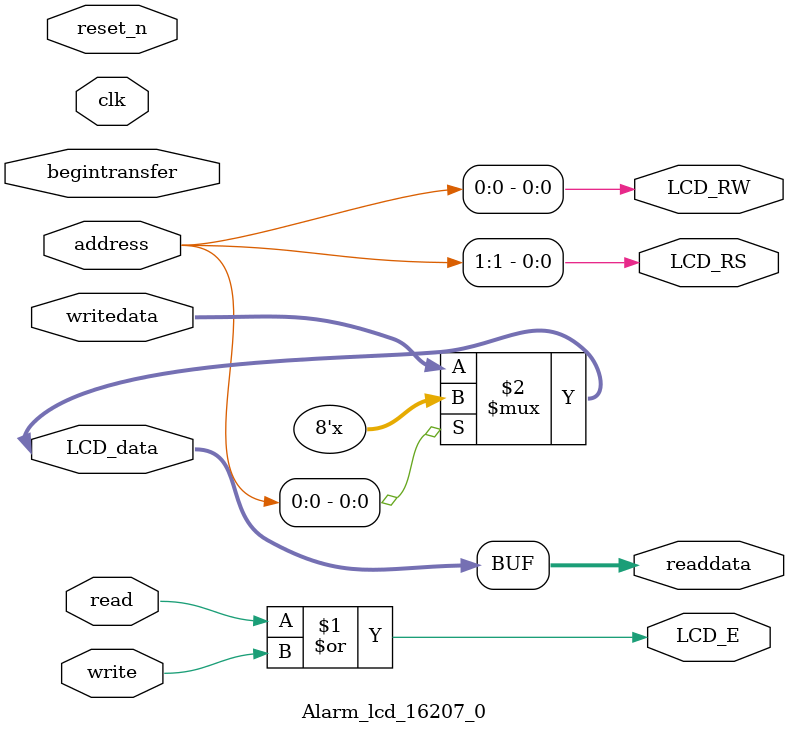
<source format=v>

`timescale 1ns / 1ps
// synthesis translate_on

// turn off superfluous verilog processor warnings 
// altera message_level Level1 
// altera message_off 10034 10035 10036 10037 10230 10240 10030 

module Alarm_lcd_16207_0 (
                           // inputs:
                            address,
                            begintransfer,
                            clk,
                            read,
                            reset_n,
                            write,
                            writedata,

                           // outputs:
                            LCD_E,
                            LCD_RS,
                            LCD_RW,
                            LCD_data,
                            readdata
                         )
;

  output           LCD_E;
  output           LCD_RS;
  output           LCD_RW;
  inout   [  7: 0] LCD_data;
  output  [  7: 0] readdata;
  input   [  1: 0] address;
  input            begintransfer;
  input            clk;
  input            read;
  input            reset_n;
  input            write;
  input   [  7: 0] writedata;


wire             LCD_E;
wire             LCD_RS;
wire             LCD_RW;
wire    [  7: 0] LCD_data;
wire    [  7: 0] readdata;
  assign LCD_RW = address[0];
  assign LCD_RS = address[1];
  assign LCD_E = read | write;
  assign LCD_data = (address[0]) ? {8{1'bz}} : writedata;
  assign readdata = LCD_data;
  //control_slave, which is an e_avalon_slave

endmodule


</source>
